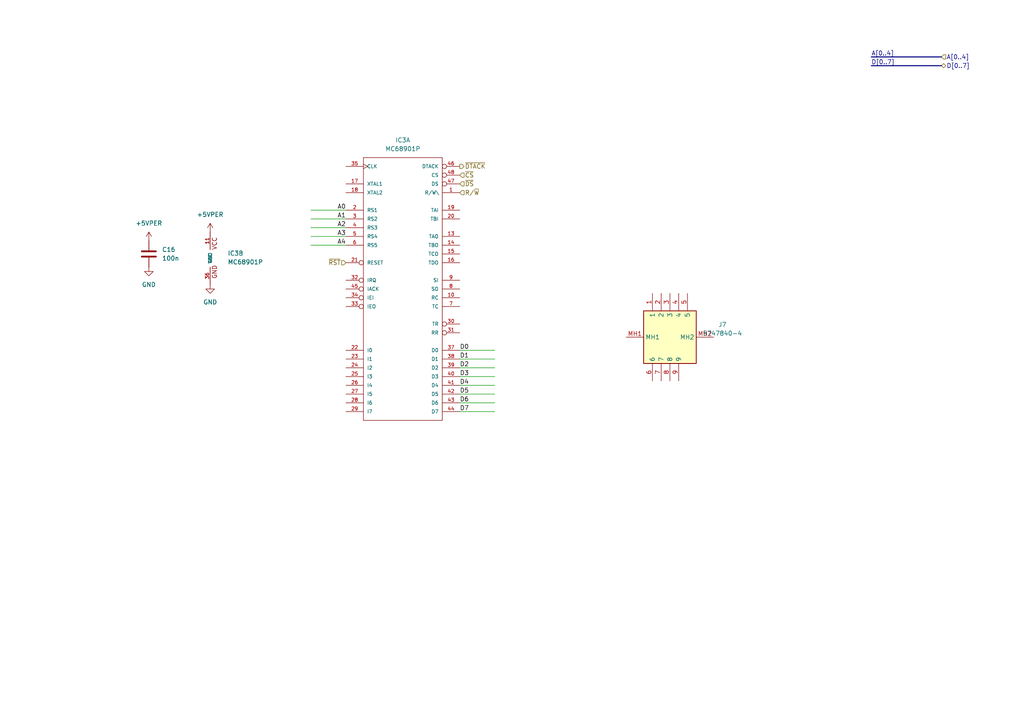
<source format=kicad_sch>
(kicad_sch (version 20230121) (generator eeschema)
  (paper "A4")
  (lib_symbols
    (symbol "5747840-4:5747840-4"
      (property "Reference" "J" (at 21.59 12.7 0))
      (property "Value" "5747840-4" (at 21.59 10.16 0))
      (symbol "5747840-4_1_1"
        (rectangle (start 5.08 7.62) (end 20.32 -7.62) (stroke (width 0.254)) (fill (type background)))
        (pin passive line (at 7.62 12.7 270) (length 5.08) (name "1") (number "1"))
        (pin passive line (at 10.16 12.7 270) (length 5.08) (name "2") (number "2"))
        (pin passive line (at 12.7 12.7 270) (length 5.08) (name "3") (number "3"))
        (pin passive line (at 15.24 12.7 270) (length 5.08) (name "4") (number "4"))
        (pin passive line (at 17.78 12.7 270) (length 5.08) (name "5") (number "5"))
        (pin passive line (at 7.62 -12.7 90) (length 5.08) (name "6") (number "6"))
        (pin passive line (at 10.16 -12.7 90) (length 5.08) (name "7") (number "7"))
        (pin passive line (at 12.7 -12.7 90) (length 5.08) (name "8") (number "8"))
        (pin passive line (at 15.24 -12.7 90) (length 5.08) (name "9") (number "9"))
        (pin passive line (at 0 0 0) (length 5.08) (name "MH1") (number "MH1"))
        (pin passive line (at 25.4 0 180) (length 5.08) (name "MH2") (number "MH2"))
      )
    )
    (symbol "Device:C" (pin_numbers hide) (pin_names (offset 0.254))
      (property "Reference" "C" (at 0.635 2.54 0))
      (property "Value" "C" (at 0.635 -2.54 0))
      (symbol "C_0_1"
        (polyline (pts (xy -2.032 -0.762) (xy 2.032 -0.762)) (stroke (width 0.508)))
        (polyline (pts (xy -2.032 0.762) (xy 2.032 0.762)) (stroke (width 0.508)))
      )
      (symbol "C_1_1"
        (pin passive line (at 0 3.81 270) (length 2.794) (name "~") (number "1"))
        (pin passive line (at 0 -3.81 90) (length 2.794) (name "~") (number "2"))
      )
    )
    (symbol "m68k-hbc-pwr:+5VPER" (power) (in_bom no) (on_board no)
      (property "Value" "+5VPER" (at 0 3.81 0))
      (symbol "+5VPER_0_1"
        (polyline (pts (xy -0.762 1.27) (xy 0 2.54)))
        (polyline (pts (xy 0 0) (xy 0 2.54)))
        (polyline (pts (xy 0 2.54) (xy 0.762 1.27)))
      )
      (symbol "+5VPER_1_1"
        (pin power_in line (at 0 0 90) (length 0) hide (name "+5VPER") (number "1"))
      )
    )
    (symbol "micro-mc68000:MC68901P" (pin_names (offset 1.016))
      (property "Reference" "IC" (at -12.7 36.195 0))
      (property "Value" "MC68901P" (at -12.7 -43.18 0))
      (symbol "MC68901P_1_0"
        (polyline (pts (xy -12.7 -40.64) (xy -12.7 35.56)))
        (polyline (pts (xy -12.7 -40.64) (xy 10.16 -40.64)))
        (polyline (pts (xy 10.16 -40.64) (xy 10.16 35.56)))
        (polyline (pts (xy 10.16 35.56) (xy -12.7 35.56)))
      )
      (symbol "MC68901P_1_1"
        (pin input line (at 15.24 25.4 180) (length 5.08) (name "R/W\\") (number "1"))
        (pin input line (at 15.24 -5.08 180) (length 5.08) (name "RC") (number "10"))
        (pin output line (at 15.24 12.7 180) (length 5.08) (name "TAO") (number "13"))
        (pin output line (at 15.24 10.16 180) (length 5.08) (name "TBO") (number "14"))
        (pin output line (at 15.24 7.62 180) (length 5.08) (name "TCO") (number "15"))
        (pin output line (at 15.24 5.08 180) (length 5.08) (name "TDO") (number "16"))
        (pin input line (at -17.78 27.94 0) (length 5.08) (name "XTAL1") (number "17"))
        (pin input line (at -17.78 25.4 0) (length 5.08) (name "XTAL2") (number "18"))
        (pin input line (at 15.24 20.32 180) (length 5.08) (name "TAI") (number "19"))
        (pin input line (at -17.78 20.32 0) (length 5.08) (name "RS1") (number "2"))
        (pin input line (at 15.24 17.78 180) (length 5.08) (name "TBI") (number "20"))
        (pin input inverted (at -17.78 5.08 0) (length 5.08) (name "RESET") (number "21"))
        (pin bidirectional line (at -17.78 -20.32 0) (length 5.08) (name "I0") (number "22"))
        (pin bidirectional line (at -17.78 -22.86 0) (length 5.08) (name "I1") (number "23"))
        (pin bidirectional line (at -17.78 -25.4 0) (length 5.08) (name "I2") (number "24"))
        (pin bidirectional line (at -17.78 -27.94 0) (length 5.08) (name "I3") (number "25"))
        (pin bidirectional line (at -17.78 -30.48 0) (length 5.08) (name "I4") (number "26"))
        (pin bidirectional line (at -17.78 -33.02 0) (length 5.08) (name "I5") (number "27"))
        (pin bidirectional line (at -17.78 -35.56 0) (length 5.08) (name "I6") (number "28"))
        (pin bidirectional line (at -17.78 -38.1 0) (length 5.08) (name "I7") (number "29"))
        (pin input line (at -17.78 17.78 0) (length 5.08) (name "RS2") (number "3"))
        (pin output inverted (at 15.24 -12.7 180) (length 5.08) (name "TR") (number "30"))
        (pin output inverted (at 15.24 -15.24 180) (length 5.08) (name "RR") (number "31"))
        (pin output inverted (at -17.78 0 0) (length 5.08) (name "IRQ") (number "32"))
        (pin output inverted (at -17.78 -7.62 0) (length 5.08) (name "IEO") (number "33"))
        (pin input inverted (at -17.78 -5.08 0) (length 5.08) (name "IEI") (number "34"))
        (pin input clock (at -17.78 33.02 0) (length 5.08) (name "CLK") (number "35"))
        (pin bidirectional line (at 15.24 -20.32 180) (length 5.08) (name "D0") (number "37"))
        (pin bidirectional line (at 15.24 -22.86 180) (length 5.08) (name "D1") (number "38"))
        (pin bidirectional line (at 15.24 -25.4 180) (length 5.08) (name "D2") (number "39"))
        (pin input line (at -17.78 15.24 0) (length 5.08) (name "RS3") (number "4"))
        (pin bidirectional line (at 15.24 -27.94 180) (length 5.08) (name "D3") (number "40"))
        (pin bidirectional line (at 15.24 -30.48 180) (length 5.08) (name "D4") (number "41"))
        (pin bidirectional line (at 15.24 -33.02 180) (length 5.08) (name "D5") (number "42"))
        (pin bidirectional line (at 15.24 -35.56 180) (length 5.08) (name "D6") (number "43"))
        (pin bidirectional line (at 15.24 -38.1 180) (length 5.08) (name "D7") (number "44"))
        (pin input inverted (at -17.78 -2.54 0) (length 5.08) (name "IACK") (number "45"))
        (pin output inverted (at 15.24 33.02 180) (length 5.08) (name "DTACK") (number "46"))
        (pin input inverted (at 15.24 27.94 180) (length 5.08) (name "DS") (number "47"))
        (pin input inverted (at 15.24 30.48 180) (length 5.08) (name "CS") (number "48"))
        (pin input line (at -17.78 12.7 0) (length 5.08) (name "RS4") (number "5"))
        (pin input line (at -17.78 10.16 0) (length 5.08) (name "RS5") (number "6"))
        (pin input line (at 15.24 -7.62 180) (length 5.08) (name "TC") (number "7"))
        (pin output line (at 15.24 -2.54 180) (length 5.08) (name "SO") (number "8"))
        (pin input line (at 15.24 0 180) (length 5.08) (name "SI") (number "9"))
      )
      (symbol "MC68901P_2_0"
        (text "GND" (at 1.27 -3.937 1) (effects (font (size 1.27 1.27))))
        (text "VCC" (at 1.27 4.318 1) (effects (font (size 1.27 1.27))))
      )
      (symbol "MC68901P_2_1"
        (pin power_in line (at 0 7.62 270) (length 5.08) (name "VCC") (number "11"))
        (pin power_in line (at 0 -7.62 90) (length 5.08) (name "GND") (number "36"))
      )
    )
    (symbol "power:GND" (power) (pin_names (offset 0))
      (property "Value" "GND" (at 0 -3.81 0))
      (symbol "GND_0_1"
        (polyline (pts (xy 0 0) (xy 0 -1.27) (xy 1.27 -1.27) (xy 0 -2.54) (xy -1.27 -1.27) (xy 0 -1.27)))
      )
      (symbol "GND_1_1"
        (pin power_in line (at 0 0 270) (length 0) hide (name "GND") (number "1"))
      )
    )
  )
  (wire (pts (xy 90.17 71.12) (xy 100.33 71.12)))
  (wire (pts (xy 143.51 114.3) (xy 133.35 114.3)))
  (wire (pts (xy 90.17 63.5) (xy 100.33 63.5)))
  (bus (pts (xy 252.73 16.51) (xy 273.05 16.51)))
  (wire (pts (xy 143.51 116.84) (xy 133.35 116.84)))
  (wire (pts (xy 90.17 66.04) (xy 100.33 66.04)))
  (wire (pts (xy 143.51 111.76) (xy 133.35 111.76)))
  (wire (pts (xy 143.51 106.68) (xy 133.35 106.68)))
  (wire (pts (xy 143.51 104.14) (xy 133.35 104.14)))
  (bus (pts (xy 252.73 19.05) (xy 273.05 19.05)))
  (wire (pts (xy 143.51 101.6) (xy 133.35 101.6)))
  (wire (pts (xy 143.51 119.38) (xy 133.35 119.38)))
  (wire (pts (xy 143.51 109.22) (xy 133.35 109.22)))
  (wire (pts (xy 90.17 68.58) (xy 100.33 68.58)))
  (wire (pts (xy 90.17 60.96) (xy 100.33 60.96)))
  (label "A0" (at 100.33 60.96 180))
  (label "D4" (at 133.35 111.76 0))
  (label "A2" (at 100.33 66.04 180))
  (label "A3" (at 100.33 68.58 180))
  (label "A1" (at 100.33 63.5 180))
  (label "D2" (at 133.35 106.68 0))
  (label "D1" (at 133.35 104.14 0))
  (label "D[0..7]" (at 252.73 19.05 0))
  (label "A[0..4]" (at 252.73 16.51 0))
  (label "A4" (at 100.33 71.12 180))
  (label "D6" (at 133.35 116.84 0))
  (label "D7" (at 133.35 119.38 0))
  (label "D0" (at 133.35 101.6 0))
  (label "D5" (at 133.35 114.3 0))
  (label "D3" (at 133.35 109.22 0))
  (hierarchical_label "~{RST}" (shape input) (at 100.33 76.2 180))
  (hierarchical_label "~{CS}" (shape input) (at 133.35 50.8 0))
  (hierarchical_label "D[0..7]" (shape bidirectional) (at 273.05 19.05 0))
  (hierarchical_label "R{slash}~{W}" (shape input) (at 133.35 55.88 0))
  (hierarchical_label "~{DS}" (shape input) (at 133.35 53.34 0))
  (hierarchical_label "~{DTACK}" (shape output) (at 133.35 48.26 0))
  (hierarchical_label "A[0..4]" (shape input) (at 273.05 16.51 0))
  (symbol (lib_id "m68k-hbc-pwr:+5VPER") (at 60.96 67.31 0) (unit 1) (in_bom no) (on_board no)
    (property "Reference" "#PWR074" (effects hide))
    (property "Value" "+5VPER" (at 60.96 62.23 0))
    (instances (project "m68k-hbc" (path "" (reference "#PWR074") (unit 1)) (path "" (reference "#PWR078") (unit 1)) (path "" (reference "#PWR081") (unit 1))))
  )
  (symbol (lib_id "power:GND") (at 43.18 77.47 0) (unit 1)
    (property "Reference" "#PWR018" (effects hide))
    (property "Value" "GND" (at 43.18 82.55 0))
    (instances (project "m68k-hbc" (path "" (reference "#PWR018") (unit 1)) (path "" (reference "#PWR075") (unit 1)) (path "" (reference "#PWR084") (unit 1))))
  )
  (symbol (lib_id "5747840-4:5747840-4") (at 181.61 97.79 0) (unit 1)
    (property "Reference" "J7" (at 209.55 94.1421 0))
    (property "Value" "5747840-4" (at 209.55 96.6821 0))
    (property "Footprint" "57478404:57478404" (effects hide))
    (property "Datasheet" "http://www.te.com/commerce/DocumentDelivery/DDEController?Action=srchrtrv&DocNm=82068_AMPLIMITE_Right-Angle_Posted_Conn&DocType=Catalog+Section&DocLang=English&PartCntxt=" (effects hide))
    (property "Height" "12.93" (effects hide))
    (property "Mouser Part Number" "571-5747840-4" (effects hide))
    (property "Mouser Price/Stock" "https://www.mouser.co.uk/ProductDetail/TE-Connectivity/5747840-4?qs=x6EjVpvqMVP9KXD3S9b%252Bdw%3D%3D" (effects hide))
    (property "Manufacturer_Name" "TE Connectivity" (effects hide))
    (property "Manufacturer_Part_Number" "5747840-4" (effects hide))
  )
  (symbol (lib_id "micro-mc68000:MC68901P") (at 60.96 74.93 0) (unit 2)
    (property "Reference" "IC3" (at 66.04 73.4696 0) (effects (justify left)))
    (property "Value" "MC68901P" (at 66.04 76.0096 0) (effects (justify left)))
    (property "Footprint" "Package_DIP:DIP-48_W15.24mm_Socket" (effects hide))
  )
  (symbol (lib_id "m68k-hbc-pwr:+5VPER") (at 43.18 69.85 0) (unit 1) (in_bom no) (on_board no)
    (property "Reference" "#PWR077" (effects hide))
    (property "Value" "+5VPER" (at 43.18 64.77 0))
    (instances (project "m68k-hbc" (path "" (reference "#PWR077") (unit 1)) (path "" (reference "#PWR083") (unit 1))))
  )
  (symbol (lib_id "Device:C") (at 43.18 73.66 0) (unit 1)
    (property "Reference" "C16" (at 46.99 72.39 0) (effects (justify left)))
    (property "Value" "100n" (at 46.99 74.93 0) (effects (justify left)))
    (property "Footprint" "Capacitor_THT:C_Disc_D6.0mm_W2.5mm_P5.00mm" (effects hide))
    (instances (project "m68k-hbc" (path "" (reference "C16") (unit 1)) (path "" (reference "C19") (unit 1)) (path "" (reference "C21") (unit 1)) (path "" (reference "C22") (unit 1))))
  )
  (symbol (lib_id "micro-mc68000:MC68901P") (at 118.11 81.28 0) (unit 1)
    (property "Reference" "IC3" (at 116.84 40.64 0))
    (property "Value" "MC68901P" (at 116.84 43.18 0))
    (property "Footprint" "Package_DIP:DIP-48_W15.24mm_Socket" (effects hide))
  )
  (symbol (lib_id "power:GND") (at 60.96 82.55 0) (unit 1)
    (property "Reference" "#PWR082" (effects hide))
    (property "Value" "GND" (at 60.96 87.63 0))
  )
)
</source>
